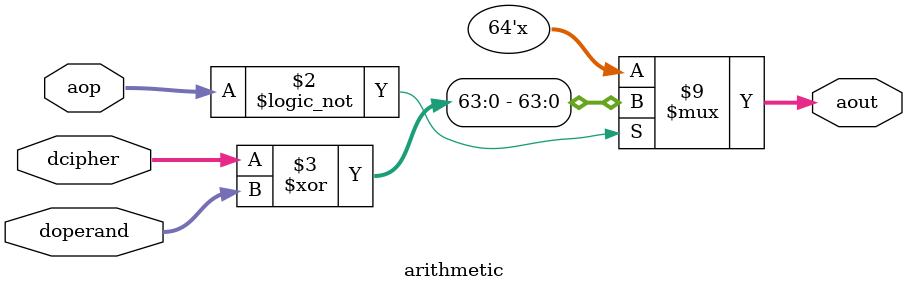
<source format=v>
module arithmetic(dcipher, doperand, aout, aop);
input [1:0] aop;
input [63:0] dcipher;
input [79:0] doperand;
output [63:0] aout;
reg [63:0] aout;
always @(*)
begin
if (aop==00)
aout <= dcipher^doperand;
else if(aop==11)
aout <= dcipher^doperand;
end
endmodule
</source>
